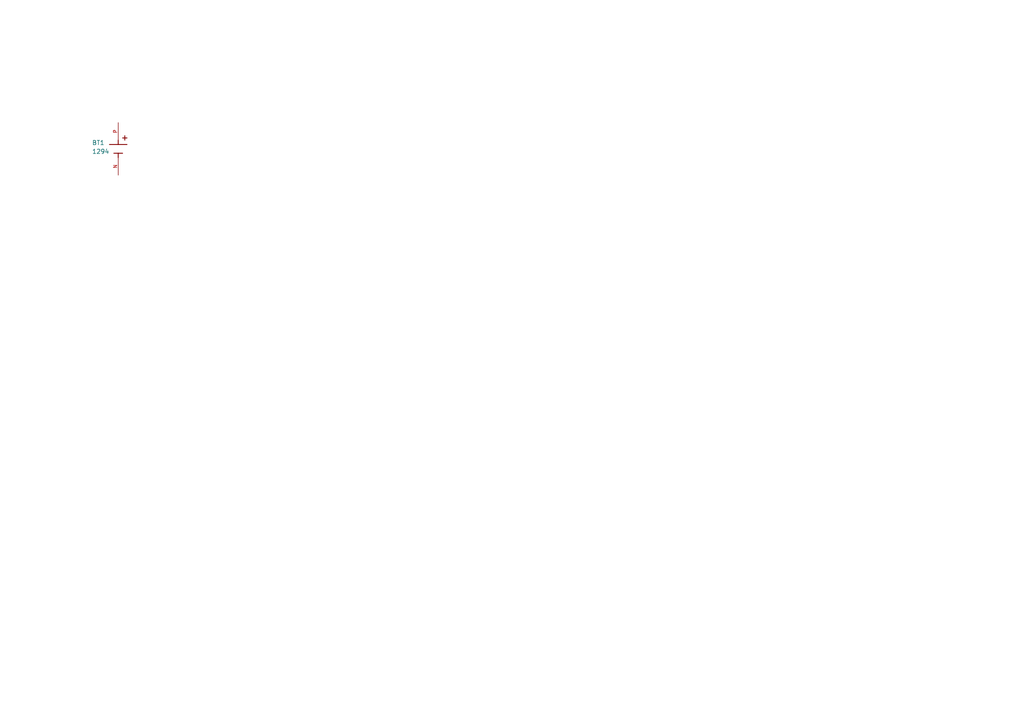
<source format=kicad_sch>
(kicad_sch (version 20231120) (generator "eeschema") (generator_version "8.0")
  (paper "A4")
  (lib_symbols
    (symbol "9v Battery Holder (Horizontal):1294" (pin_names (offset 1.016))
      (property "Reference" "BT" (at -6.3614 3.8138 0))
      (property "Value" "1294" (at -6.3618 -6.3579 0))
      (symbol "1294_0_0"
        (polyline (pts (xy -3.81 1.905) (xy -2.54 1.905)) (stroke (width 0.254)))
        (polyline (pts (xy -3.175 2.54) (xy -3.175 1.27)) (stroke (width 0.254)))
        (polyline (pts (xy -1.27 0) (xy -2.54 0)) (stroke (width 0.254)))
        (polyline (pts (xy -1.27 0) (xy -1.27 -2.54)) (stroke (width 0.254)))
        (polyline (pts (xy -1.27 2.54) (xy -1.27 0)) (stroke (width 0.254)))
        (polyline (pts (xy 1.27 0) (xy 1.27 -1.27)) (stroke (width 0.254)))
        (polyline (pts (xy 1.27 0) (xy 2.54 0)) (stroke (width 0.254)))
        (polyline (pts (xy 1.27 1.27) (xy 1.27 0)) (stroke (width 0.254)))
        (pin passive line (at 7.62 0 180) (length 5.08) (name "~") (number "N"))
        (pin passive line (at -7.62 0 0) (length 5.08) (name "~") (number "P"))
      )
    )
  )
  (symbol (lib_id "9v Battery Holder (Horizontal):1294") (at 34.29 43.18 270) (unit 1)
    (property "Reference" "BT1" (at 26.67 41.402 90) (effects (justify left)))
    (property "Value" "1294" (at 26.67 43.942 90) (effects (justify left)))
    (property "Footprint" "Battery Holder (Horizontal):BAT_1294" (effects (hide yes)))
    (property "PARTREV" "C" (effects (hide yes)))
    (property "SNAPEDA_PN" "1294" (effects (hide yes)))
    (property "MANUFACTURER" "Keystone" (effects (hide yes)))
    (property "MAXIMUM_PACKAGE_HEIGHT" "20.32mm" (effects (hide yes)))
    (property "STANDARD" "Manufacturer Recommendations" (effects (hide yes)))
  )
)
</source>
